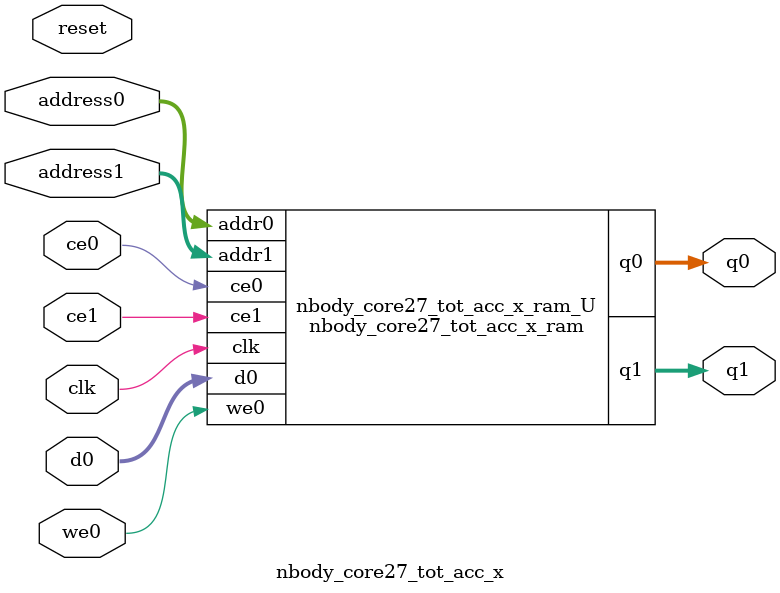
<source format=v>
`timescale 1 ns / 1 ps
module nbody_core27_tot_acc_x_ram (addr0, ce0, d0, we0, q0, addr1, ce1, q1,  clk);

parameter DWIDTH = 32;
parameter AWIDTH = 4;
parameter MEM_SIZE = 16;

input[AWIDTH-1:0] addr0;
input ce0;
input[DWIDTH-1:0] d0;
input we0;
output reg[DWIDTH-1:0] q0;
input[AWIDTH-1:0] addr1;
input ce1;
output reg[DWIDTH-1:0] q1;
input clk;

reg [DWIDTH-1:0] ram[0:MEM_SIZE-1];




always @(posedge clk)  
begin 
    if (ce0) begin
        if (we0) 
            ram[addr0] <= d0; 
        q0 <= ram[addr0];
    end
end


always @(posedge clk)  
begin 
    if (ce1) begin
        q1 <= ram[addr1];
    end
end


endmodule

`timescale 1 ns / 1 ps
module nbody_core27_tot_acc_x(
    reset,
    clk,
    address0,
    ce0,
    we0,
    d0,
    q0,
    address1,
    ce1,
    q1);

parameter DataWidth = 32'd32;
parameter AddressRange = 32'd16;
parameter AddressWidth = 32'd4;
input reset;
input clk;
input[AddressWidth - 1:0] address0;
input ce0;
input we0;
input[DataWidth - 1:0] d0;
output[DataWidth - 1:0] q0;
input[AddressWidth - 1:0] address1;
input ce1;
output[DataWidth - 1:0] q1;



nbody_core27_tot_acc_x_ram nbody_core27_tot_acc_x_ram_U(
    .clk( clk ),
    .addr0( address0 ),
    .ce0( ce0 ),
    .we0( we0 ),
    .d0( d0 ),
    .q0( q0 ),
    .addr1( address1 ),
    .ce1( ce1 ),
    .q1( q1 ));

endmodule


</source>
